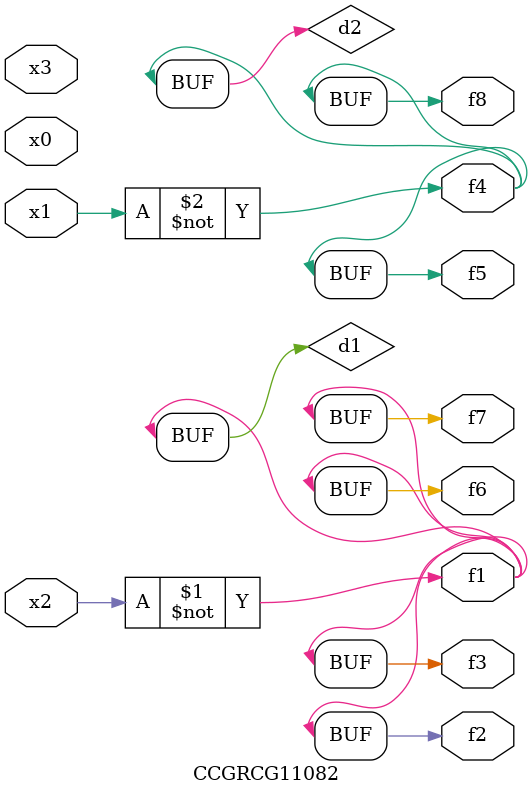
<source format=v>
module CCGRCG11082(
	input x0, x1, x2, x3,
	output f1, f2, f3, f4, f5, f6, f7, f8
);

	wire d1, d2;

	xnor (d1, x2);
	not (d2, x1);
	assign f1 = d1;
	assign f2 = d1;
	assign f3 = d1;
	assign f4 = d2;
	assign f5 = d2;
	assign f6 = d1;
	assign f7 = d1;
	assign f8 = d2;
endmodule

</source>
